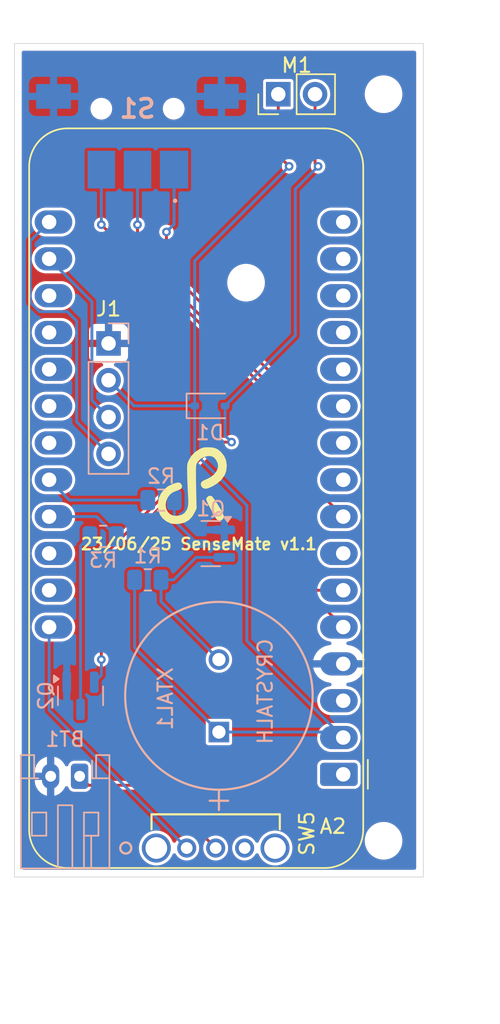
<source format=kicad_pcb>
(kicad_pcb (version 20241229) (generator "pcbnew") (generator_version "9.0")
  (layers (0 "F.Cu" signal) (2 "B.Cu" signal) (13 "F.Paste" user) (15 "B.Paste" user) (5 "F.SilkS" user "F.Silkscreen") (7 "B.SilkS" user "B.Silkscreen") (1 "F.Mask" user) (3 "B.Mask" user) (25 "Edge.Cuts" user))
  (net 0 "")
  (net 1 "LoRa_CS")
  (net 3 "LoRa_RST")
  (net 4 "LoRa_IRQ")
  (net 8 "Net-(A2-12)")
  (net 9 "LoRa_DIO1")
  (net 13 "Net-(A2-13)")
  (net 16 "Net-(A2-VBAT)")
  (net 18 "Net-(A2-A3)")
  (net 21 "Net-(A2-A1)")
  (net 23 "Net-(A2-A0)")
  (net 24 "+3V3")
  (net 25 "GND")
  (net 26 "LoRa_DIO2")
  (net 27 "Net-(BT1-+)")
  (net 28 "Net-(D1-A)")
  (net 29 "Net-(Q1-B)")
  (net 30 "Net-(Q1-C)")
  (net 31 "Net-(Q2-B)")
  (net 33 "Net-(A2-SCL)")
  (net 34 "Net-(A2-SDA)")
  (footprint "SenseMate_Pwr_Button_:OS102011MA1QN1" (layer "F.Cu") (at 104.900001 110.5)
    (property "Reference" "SW5" (at 8.300001 -1 90) (layer "F.SilkS"))
    (property "Value" "SW_DPDT_x2")
    (fp_line (start -2.4323 -2.3241) (end -2.4323 -1.294055) (stroke (width 0.1524)) (layer "F.SilkS"))
    (fp_line (start 6.4323 -2.3241) (end -2.4323 -2.3241) (stroke (width 0.1524)) (layer "F.SilkS"))
    (fp_line (start 6.4323 -1.294055) (end 6.4323 -2.3241) (stroke (width 0.1524)) (layer "F.SilkS"))
    (fp_circle (center -4.2103 0) (end -3.8293 0) (stroke (width 0.1524)) (fill no) (layer "F.SilkS"))
    (fp_circle (center -4.2103 0) (end -3.8293 0) (stroke (width 0.1524)) (fill no) (layer "B.SilkS"))
    (pad "1" thru_hole circle (at 0 0) (size 1.3208 1.3208) (drill 0.8128) (layers "*.Cu" "*.Mask") (net 16 "Net-(A2-VBAT)"))
    (pad "2" thru_hole circle (at 2 0) (size 1.3208 1.3208) (drill 0.8128) (layers "*.Cu" "*.Mask") (net 27 "Net-(BT1-+)"))
    (pad "3" thru_hole circle (at 4.000001 0) (size 1.3208 1.3208) (drill 0.8128) (layers "*.Cu" "*.Mask"))
    (pad "4" thru_hole circle (at -2.099999 0) (size 2.0066 2.0066) (drill 1.4986) (layers "*.Cu" "*.Mask"))
    (pad "5" thru_hole circle (at 6.099999 0) (size 2.0066 2.0066) (drill 1.4986) (layers "*.Cu" "*.Mask"))
  )
  (footprint "SenseMateLibrary:Adafruit_Feather_Sense" (layer "F.Cu") (at 115.7139 105.417001 180)
    (property "Reference" "A2" (at 0.7139 -3.582999 0) (layer "F.SilkS"))
    (property "Value" "Adafruit_Feather_Generic")
    (fp_line (start 21.7 -3.81) (end 21.7 41.91) (stroke (width 0.12)) (layer "F.SilkS"))
    (fp_line (start 19.05 44.56) (end 1.27 44.56) (stroke (width 0.12)) (layer "F.SilkS"))
    (fp_line (start 19.05 -6.46) (end 1.27 -6.46) (stroke (width 0.12)) (layer "F.SilkS"))
    (fp_line (start -1.38 -3.81) (end -1.38 41.91) (stroke (width 0.12)) (layer "F.SilkS"))
    (fp_line (start -1.7 1) (end -1.7 -1) (stroke (width 0.12)) (layer "F.SilkS"))
    (fp_arc (start 21.7 41.91) (mid 20.923833 43.783833) (end 19.05 44.56) (stroke (width 0.12)) (layer "F.SilkS"))
    (fp_arc (start 19.05 -6.46) (mid 20.923833 -5.683833) (end 21.7 -3.81) (stroke (width 0.12)) (layer "F.SilkS"))
    (fp_arc (start 1.27 44.56) (mid -0.603833 43.783833) (end -1.38 41.91) (stroke (width 0.12)) (layer "F.SilkS"))
    (fp_arc (start -1.38 -3.81) (mid -0.603833 -5.683833) (end 1.27 -6.46) (stroke (width 0.12)) (layer "F.SilkS"))
    (pad "1" thru_hole roundrect (at 0 0 180) (size 2.6 1.6) (drill 1 (offset 0.3 0)) (layers "*.Cu" "*.Mask") (roundrect_rratio 0.15625))
    (pad "2" thru_hole oval (at 0 2.54 180) (size 2.6 1.6) (drill 1 (offset 0.3 0)) (layers "*.Cu" "*.Mask") (net 24 "+3V3"))
    (pad "3" thru_hole oval (at 0 5.08 180) (size 2.6 1.6) (drill 1 (offset 0.3 0)) (layers "*.Cu" "*.Mask"))
    (pad "4" thru_hole oval (at 0 7.62 180) (size 2.6 1.6) (drill 1 (offset 0.3 0)) (layers "*.Cu" "*.Mask") (net 25 "GND"))
    (pad "5" thru_hole oval (at 0 10.16 180) (size 2.6 1.6) (drill 1 (offset 0.3 0)) (layers "*.Cu" "*.Mask") (net 23 "Net-(A2-A0)"))
    (pad "6" thru_hole oval (at 0 12.7 180) (size 2.6 1.6) (drill 1 (offset 0.3 0)) (layers "*.Cu" "*.Mask") (net 21 "Net-(A2-A1)"))
    (pad "7" thru_hole oval (at 0 15.24 180) (size 2.6 1.6) (drill 1 (offset 0.3 0)) (layers "*.Cu" "*.Mask"))
    (pad "8" thru_hole oval (at 0 17.78 180) (size 2.6 1.6) (drill 1 (offset 0.3 0)) (layers "*.Cu" "*.Mask") (net 18 "Net-(A2-A3)"))
    (pad "9" thru_hole oval (at 0 20.32 180) (size 2.6 1.6) (drill 1 (offset 0.3 0)) (layers "*.Cu" "*.Mask"))
    (pad "10" thru_hole oval (at 0 22.86 180) (size 2.6 1.6) (drill 1 (offset 0.3 0)) (layers "*.Cu" "*.Mask"))
    (pad "11" thru_hole oval (at 0 25.4 180) (size 2.6 1.6) (drill 1 (offset 0.3 0)) (layers "*.Cu" "*.Mask"))
    (pad "12" thru_hole oval (at 0 27.94 180) (size 2.6 1.6) (drill 1 (offset 0.3 0)) (layers "*.Cu" "*.Mask"))
    (pad "13" thru_hole oval (at 0 30.48 180) (size 2.6 1.6) (drill 1 (offset 0.3 0)) (layers "*.Cu" "*.Mask"))
    (pad "14" thru_hole oval (at 0 33.02 180) (size 2.6 1.6) (drill 1 (offset 0.3 0)) (layers "*.Cu" "*.Mask"))
    (pad "15" thru_hole oval (at 0 35.56 180) (size 2.6 1.6) (drill 1 (offset 0.3 0)) (layers "*.Cu" "*.Mask"))
    (pad "16" thru_hole oval (at 0 38.1 180) (size 2.6 1.6) (drill 1 (offset 0.3 0)) (layers "*.Cu" "*.Mask"))
    (pad "17" thru_hole oval (at 20.32 38.1) (size 2.6 1.6) (drill 1 (offset 0.3 0)) (layers "*.Cu" "*.Mask") (net 34 "Net-(A2-SDA)"))
    (pad "18" thru_hole oval (at 20.32 35.56) (size 2.6 1.6) (drill 1 (offset 0.3 0)) (layers "*.Cu" "*.Mask") (net 33 "Net-(A2-SCL)"))
    (pad "19" thru_hole oval (at 20.32 33.02) (size 2.6 1.6) (drill 1 (offset 0.3 0)) (layers "*.Cu" "*.Mask") (net 9 "LoRa_DIO1"))
    (pad "20" thru_hole oval (at 20.32 30.48) (size 2.6 1.6) (drill 1 (offset 0.3 0)) (layers "*.Cu" "*.Mask") (net 26 "LoRa_DIO2"))
    (pad "21" thru_hole oval (at 20.32 27.94) (size 2.6 1.6) (drill 1 (offset 0.3 0)) (layers "*.Cu" "*.Mask") (net 3 "LoRa_RST"))
    (pad "22" thru_hole oval (at 20.32 25.4) (size 2.6 1.6) (drill 1 (offset 0.3 0)) (layers "*.Cu" "*.Mask") (net 1 "LoRa_CS"))
    (pad "23" thru_hole oval (at 20.32 22.86) (size 2.6 1.6) (drill 1 (offset 0.3 0)) (layers "*.Cu" "*.Mask") (net 4 "LoRa_IRQ"))
    (pad "24" thru_hole oval (at 20.32 20.32) (size 2.6 1.6) (drill 1 (offset 0.3 0)) (layers "*.Cu" "*.Mask") (net 8 "Net-(A2-12)"))
    (pad "25" thru_hole oval (at 20.32 17.78) (size 2.6 1.6) (drill 1 (offset 0.3 0)) (layers "*.Cu" "*.Mask") (net 13 "Net-(A2-13)"))
    (pad "26" thru_hole oval (at 20.32 15.24) (size 2.6 1.6) (drill 1 (offset 0.3 0)) (layers "*.Cu" "*.Mask"))
    (pad "27" thru_hole oval (at 20.32 12.7) (size 2.6 1.6) (drill 1 (offset 0.3 0)) (layers "*.Cu" "*.Mask"))
    (pad "28" thru_hole oval (at 20.32 10.16) (size 2.6 1.6) (drill 1 (offset 0.3 0)) (layers "*.Cu" "*.Mask") (net 16 "Net-(A2-VBAT)"))
  )
  (footprint "MountingHole:MountingHole_2.1mm" (layer "F.Cu") (at 109 71.5)
    (property "Reference" "REF**" (hide yes))
    (property "Value" "MountingHole_2.1mm")
    (pad "" np_thru_hole circle (at 0 0) (size 2.1 2.1) (drill 2.1) (layers "*.Cu" "*.Mask"))
  )
  (footprint "MountingHole:MountingHole_2.1mm" (layer "F.Cu") (at 118.5 58.5)
    (property "Reference" "REF**" (hide yes))
    (property "Value" "MountingHole_2.1mm")
    (pad "" np_thru_hole circle (at 0 0) (size 2.1 2.1) (drill 2.1) (layers "*.Cu" "*.Mask"))
  )
  (footprint "Connector_PinHeader_2.54mm:PinHeader_1x02_P2.54mm_Vertical" (layer "F.Cu") (at 111.225 58.5 90)
    (property "Reference" "M1" (at 2 1.275 180) (layer "F.SilkS"))
    (property "Value" "Motor_DC")
    (fp_line (start -1.38 -1.38) (end 0 -1.38) (stroke (width 0.12)) (layer "F.SilkS"))
    (fp_line (start -1.38 0) (end -1.38 -1.38) (stroke (width 0.12)) (layer "F.SilkS"))
    (fp_line (start 1.38 1.27) (end 1.38 3.92) (stroke (width 0.12)) (layer "F.SilkS"))
    (fp_line (start -1.38 1.27) (end 1.38 1.27) (stroke (width 0.12)) (layer "F.SilkS"))
    (fp_line (start -1.38 1.27) (end -1.38 3.92) (stroke (width 0.12)) (layer "F.SilkS"))
    (fp_line (start -1.38 3.92) (end 1.38 3.92) (stroke (width 0.12)) (layer "F.SilkS"))
    (pad "1" thru_hole rect (at 0 0 90) (size 1.7 1.7) (drill 1) (layers "*.Cu" "*.Mask") (net 24 "+3V3"))
    (pad "2" thru_hole circle (at 0 2.54 90) (size 1.7 1.7) (drill 1) (layers "*.Cu" "*.Mask") (net 28 "Net-(D1-A)"))
  )
  (footprint "LOGO" (layer "F.Cu") (at 107.847416 85.495713)
    (property "Reference" "G***" (hide yes))
    (property "Value" "LOGO" (hide yes))
    (fp_poly (pts (xy -1.227355 0.725396) (xy -1.162206 0.787085) (xy -1.06636 0.910782) (xy -0.949841 1.079926) (xy -0.822672 1.277955) (xy -0.694878 1.488307) (xy -0.576484 1.694422) (xy -0.477512 1.879736) (xy -0.407988 2.02769) (xy -0.377935 2.121721) (xy -0.377448 2.129587) (xy -0.419349 2.27064) (xy -0.494451 2.350273) (xy -0.601352 2.420878) (xy -0.692901 2.433404) (xy -0.805844 2.398204) (xy -0.868949 2.338975) (xy -0.965357 2.199664) (xy -1.093947 1.982059) (xy -1.253601 1.687947) (xy -1.267987 1.660583) (xy -1.399185 1.409043) (xy -1.493107 1.223284) (xy -1.554449 1.090822) (xy -1.587907 0.99917) (xy -1.59818 0.935844) (xy -1.589963 0.888359) (xy -1.572284 0.851711) (xy -1.468442 0.737492) (xy -1.339945 0.696722)) (fill yes) (layer "F.SilkS"))
    (fp_poly (pts (xy -1.168791 -2.62628) (xy -0.951646 -2.573755) (xy -0.764085 -2.472862) (xy -0.578446 -2.312435) (xy -0.546161 -2.27955) (xy -0.349332 -2.025089) (xy -0.230054 -1.743834) (xy -0.182403 -1.420419) (xy -0.180982 -1.332169) (xy -0.214277 -1.018448) (xy -0.31517 -0.738439) (xy -0.491419 -0.475109) (xy -0.647845 -0.306979) (xy -0.815371 -0.166881) (xy -1.017825 -0.031995) (xy -1.231926 0.085374) (xy -1.434391 0.172924) (xy -1.601938 0.218353) (xy -1.648974 0.222027) (xy -1.808657 0.185221) (xy -1.923637 0.086521) (xy -1.974999 -0.056492) (xy -1.97605 -0.08193) (xy -1.955082 -0.193083) (xy -1.883491 -0.284486) (xy -1.748243 -0.367748) (xy -1.572876 -0.441023) (xy -1.30924 -0.572101) (xy -1.085639 -0.746919) (xy -0.914593 -0.951072) (xy -0.80862 -1.170155) (xy -0.779049 -1.354371) (xy -0.811983 -1.541586) (xy -0.898137 -1.73275) (xy -1.018536 -1.891937) (xy -1.096457 -1.955378) (xy -1.21573 -2.012844) (xy -1.351486 -2.034585) (xy -1.495099 -2.031432) (xy -1.767734 -1.972762) (xy -2.001646 -1.834173) (xy -2.196792 -1.61569) (xy -2.198078 -1.613795) (xy -2.244495 -1.53944) (xy -2.275813 -1.465814) (xy -2.29498 -1.373745) (xy -2.304941 -1.244057) (xy -2.308644 -1.057578) (xy -2.309092 -0.891484) (xy -2.307966 -0.667935) (xy -2.304835 -0.380635) (xy -2.300065 -0.054611) (xy -2.294024 0.28511) (xy -2.287079 0.613498) (xy -2.286889 0.621677) (xy -2.264686 1.576398) (xy -2.389206 1.842831) (xy -2.573474 2.153838) (xy -2.800904 2.387682) (xy -3.074557 2.546442) (xy -3.397491 2.632195) (xy -3.574651 2.648193) (xy -3.75382 2.650176) (xy -3.911256 2.642456) (xy -4.014592 2.626695) (xy -4.018707 2.625418) (xy -4.344759 2.477827) (xy -4.603069 2.273836) (xy -4.790966 2.017486) (xy -4.905777 1.712821) (xy -4.944831 1.363882) (xy -4.940067 1.231469) (xy -4.8722 0.869678) (xy -4.727308 0.545293) (xy -4.512399 0.26699) (xy -4.234483 0.043441) (xy -3.900567 -0.116678) (xy -3.832832 -0.138771) (xy -3.663788 -0.187322) (xy -3.553584 -0.20862) (xy -3.477174 -0.204582) (xy -3.409517 -0.177127) (xy -3.40003 -0.171922) (xy -3.306883 -0.078762) (xy -3.269323 0.045351) (xy -3.292404 0.167178) (xy -3.339367 0.22697) (xy -3.424513 0.276023) (xy -3.561425 0.333049) (xy -3.677807 0.372311) (xy -3.913123 0.472223) (xy -4.104641 0.624068) (xy -4.111213 0.630789) (xy -4.271034 0.846245) (xy -4.368358 1.087421) (xy -4.402346 1.336319) (xy -4.37216 1.574939) (xy -4.276962 1.785282) (xy -4.17063 1.906553) (xy -4.026884 2.013382) (xy -3.881653 2.070186) (xy -3.703421 2.085787) (xy -3.55743 2.078219) (xy -3.302638 2.019751) (xy -3.10236 1.891619) (xy -2.957971 1.694774) (xy -2.903987 1.573286) (xy -2.867029 1.448256) (xy -2.84571 1.302975) (xy -2.838646 1.120738) (xy -2.844449 0.884838) (xy -2.861734 0.578567) (xy -2.863338 0.554065) (xy -2.88096 0.246054) (xy -2.897013 -0.108099) (xy -2.90978 -0.465727) (xy -2.917543 -0.78416) (xy -2.917785 -0.799302) (xy -2.921125 -1.063494) (xy -2.920349 -1.25703) (xy -2.913425 -1.398039) (xy -2.898317 -1.504652) (xy -2.872993 -1.594998) (xy -2.835419 -1.687209) (xy -2.812577 -1.737148) (xy -2.624092 -2.05294) (xy -2.37655 -2.307505) (xy -2.09898 -2.491195) (xy -1.951252 -2.566889) (xy -1.830707 -2.611965) (xy -1.70355 -2.634175) (xy -1.535989 -2.641268) (xy -1.443183 -2.641601)) (fill yes) (layer "F.SilkS"))
  )
  (footprint "MountingHole:MountingHole_2.1mm" (layer "F.Cu") (at 118.5 110)
    (property "Reference" "REF**" (hide yes))
    (property "Value" "MountingHole_2.1mm")
    (pad "" np_thru_hole circle (at 0 0) (size 2.1 2.1) (drill 2.1) (layers "*.Cu" "*.Mask"))
  )
  (footprint "Resistor_SMD:R_0805_2012Metric" (layer "B.Cu") (at 102.2125 92 180)
    (property "Reference" "R1" (at 0 1.65 0) (layer "B.SilkS") (effects (justify mirror)))
    (property "Value" "R")
    (fp_line (start -0.227064 0.735) (end 0.227064 0.735) (stroke (width 0.12)) (layer "B.SilkS"))
    (fp_line (start -0.227064 -0.735) (end 0.227064 -0.735) (stroke (width 0.12)) (layer "B.SilkS"))
    (pad "1" smd roundrect (at -0.9125 0 180) (size 1.025 1.4) (layers "B.Cu" "B.Mask" "B.Paste") (roundrect_rratio 0.243902) (net 30 "Net-(Q1-C)"))
    (pad "2" smd roundrect (at 0.9125 0 180) (size 1.025 1.4) (layers "B.Cu" "B.Mask" "B.Paste") (roundrect_rratio 0.243902) (net 24 "+3V3"))
  )
  (footprint "Package_TO_SOT_SMD:SOT-23" (layer "B.Cu") (at 97.5625 100 -90)
    (property "Reference" "Q2" (at 0 2.4 90) (layer "B.SilkS") (effects (justify mirror)))
    (property "Value" "2SC1815")
    (fp_line (start 0 1.56) (end -0.65 1.56) (stroke (width 0.12)) (layer "B.SilkS"))
    (fp_line (start 0 1.56) (end 0.65 1.56) (stroke (width 0.12)) (layer "B.SilkS"))
    (fp_line (start 0 -1.56) (end -0.65 -1.56) (stroke (width 0.12)) (layer "B.SilkS"))
    (fp_line (start 0 -1.56) (end 0.65 -1.56) (stroke (width 0.12)) (layer "B.SilkS"))
    (fp_poly (pts (xy -1.1625 1.51) (xy -1.4025 1.84) (xy -0.9225 1.84)) (stroke (width 0.12)) (fill yes) (layer "B.SilkS"))
    (pad "1" smd roundrect (at -0.9375 0.95 270) (size 1.475 0.6) (layers "B.Cu" "B.Mask" "B.Paste") (net 25 "GND"))
    (pad "2" smd roundrect (at -0.9375 -0.95 270) (size 1.475 0.6) (layers "B.Cu" "B.Mask" "B.Paste") (net 28 "Net-(D1-A)"))
    (pad "3" smd roundrect (at 0.9375 0 270) (size 1.475 0.6) (layers "B.Cu" "B.Mask" "B.Paste") (net 31 "Net-(Q2-B)"))
  )
  (footprint "Connector_JST:JST_PH_S2B-PH-K_1x02_P2.00mm_Horizontal" (layer "B.Cu") (at 97.5 105.55 180)
    (property "Reference" "BT1" (at 1 2.55 0) (layer "B.SilkS") (effects (justify mirror)))
    (property "Value" "Battery")
    (fp_line (start 4.06 1.46) (end 3.14 1.46) (stroke (width 0.12)) (layer "B.SilkS"))
    (fp_line (start 4.06 -0.14) (end 3.14 -0.14) (stroke (width 0.12)) (layer "B.SilkS"))
    (fp_line (start 4.06 -6.36) (end 4.06 1.46) (stroke (width 0.12)) (layer "B.SilkS"))
    (fp_line (start 3.3 -2.5) (end 3.3 -4.1) (stroke (width 0.12)) (layer "B.SilkS"))
    (fp_line (start 3.3 -4.1) (end 2.3 -4.1) (stroke (width 0.12)) (layer "B.SilkS"))
    (fp_line (start 3.14 1.46) (end 3.14 -0.14) (stroke (width 0.12)) (layer "B.SilkS"))
    (fp_line (start 3.14 -0.14) (end 2.86 -0.14) (stroke (width 0.12)) (layer "B.SilkS"))
    (fp_line (start 2.3 -2.5) (end 3.3 -2.5) (stroke (width 0.12)) (layer "B.SilkS"))
    (fp_line (start 2.3 -4.1) (end 2.3 -2.5) (stroke (width 0.12)) (layer "B.SilkS"))
    (fp_line (start 1.5 -2) (end 1.5 -6.36) (stroke (width 0.12)) (layer "B.SilkS"))
    (fp_line (start 0.5 -2) (end 1.5 -2) (stroke (width 0.12)) (layer "B.SilkS"))
    (fp_line (start 0.5 -6.36) (end 0.5 -2) (stroke (width 0.12)) (layer "B.SilkS"))
    (fp_line (start -0.3 -2.5) (end -1.3 -2.5) (stroke (width 0.12)) (layer "B.SilkS"))
    (fp_line (start -0.3 -4.1) (end -0.3 -2.5) (stroke (width 0.12)) (layer "B.SilkS"))
    (fp_line (start -0.3 -4.1) (end -0.3 -6.36) (stroke (width 0.12)) (layer "B.SilkS"))
    (fp_line (start -0.8 -4.1) (end -0.8 -6.36) (stroke (width 0.12)) (layer "B.SilkS"))
    (fp_line (start -0.86 -0.14) (end -0.86 1.075) (stroke (width 0.12)) (layer "B.SilkS"))
    (fp_line (start -0.86 -0.14) (end -1.14 -0.14) (stroke (width 0.12)) (layer "B.SilkS"))
    (fp_line (start -1.14 1.46) (end -2.06 1.46) (stroke (width 0.12)) (layer "B.SilkS"))
    (fp_line (start -1.14 -0.14) (end -1.14 1.46) (stroke (width 0.12)) (layer "B.SilkS"))
    (fp_line (start -1.3 -2.5) (end -1.3 -4.1) (stroke (width 0.12)) (layer "B.SilkS"))
    (fp_line (start -1.3 -4.1) (end -0.3 -4.1) (stroke (width 0.12)) (layer "B.SilkS"))
    (fp_line (start -2.06 1.46) (end -2.06 -6.36) (stroke (width 0.12)) (layer "B.SilkS"))
    (fp_line (start -2.06 -0.14) (end -1.14 -0.14) (stroke (width 0.12)) (layer "B.SilkS"))
    (fp_line (start -2.06 -6.36) (end 4.06 -6.36) (stroke (width 0.12)) (layer "B.SilkS"))
    (pad "1" thru_hole roundrect (at 0 0 180) (size 1.2 1.75) (drill 0.75) (layers "*.Cu" "*.Mask") (roundrect_rratio 0.208333) (net 27 "Net-(BT1-+)"))
    (pad "2" thru_hole oval (at 2 0 180) (size 1.2 1.75) (drill 0.75) (layers "*.Cu" "*.Mask") (net 25 "GND"))
  )
  (footprint "Resistor_SMD:R_0805_2012Metric" (layer "B.Cu") (at 99.125 89)
    (property "Reference" "R3" (at 0 1.65 0) (layer "B.SilkS") (effects (justify mirror)))
    (property "Value" "R")
    (fp_line (start -0.227064 -0.735) (end 0.227064 -0.735) (stroke (width 0.12)) (layer "B.SilkS"))
    (fp_line (start -0.227064 0.735) (end 0.227064 0.735) (stroke (width 0.12)) (layer "B.SilkS"))
    (pad "1" smd roundrect (at -0.9125 0) (size 1.025 1.4) (layers "B.Cu" "B.Mask" "B.Paste") (roundrect_rratio 0.243902) (net 31 "Net-(Q2-B)"))
    (pad "2" smd roundrect (at 0.9125 0) (size 1.025 1.4) (layers "B.Cu" "B.Mask" "B.Paste") (roundrect_rratio 0.243902) (net 13 "Net-(A2-13)"))
  )
  (footprint "SenseMate_sw_fp:COM08184" (layer "B.Cu") (at 101.5 59.5 180)
    (property "Reference" "S1" (at 0 0 0) (layer "B.SilkS") (effects (font (size 1.27 1.27) (thickness 0.254)) (justify mirror)))
    (property "Value" "COM-08184" (hide yes))
    (fp_line (start -2.6 -6.3) (end -2.6 -6.3) (stroke (width 0.2)) (layer "B.SilkS"))
    (fp_line (start -2.6 -6.4) (end -2.6 -6.4) (stroke (width 0.2)) (layer "B.SilkS"))
    (fp_line (start -2.6 -6.4) (end -2.6 -6.4) (stroke (width 0.2)) (layer "B.SilkS"))
    (fp_arc (start -2.6 -6.3) (mid -2.65 -6.35) (end -2.6 -6.4) (stroke (width 0.2)) (layer "B.SilkS"))
    (fp_arc (start -2.6 -6.4) (mid -2.55 -6.35) (end -2.6 -6.3) (stroke (width 0.2)) (layer "B.SilkS"))
    (fp_arc (start -2.6 -6.4) (mid -2.55 -6.35) (end -2.6 -6.3) (stroke (width 0.2)) (layer "B.SilkS"))
    (pad "" np_thru_hole circle (at -2.5 0 180) (size 1 1) (drill 1) (layers "*.Cu" "*.Mask"))
    (pad "" np_thru_hole circle (at 2.5 0 180) (size 1 1) (drill 1) (layers "*.Cu" "*.Mask"))
    (pad "1" smd rect (at -2.525 -4.2 90) (size 2.6 1.95) (layers "B.Cu" "B.Mask" "B.Paste") (net 18 "Net-(A2-A3)"))
    (pad "2" smd rect (at 2.5 -4.2 90) (size 2.6 1.9) (layers "B.Cu" "B.Mask" "B.Paste") (net 23 "Net-(A2-A0)"))
    (pad "MP1" smd rect (at -5.8 0.85 90) (size 1.7 2.4) (layers "B.Cu" "B.Mask" "B.Paste") (net 25 "GND"))
    (pad "MP2" smd rect (at 5.8 0.85 90) (size 1.7 2.4) (layers "B.Cu" "B.Mask" "B.Paste") (net 25 "GND"))
    (pad "T1" smd rect (at 0 -4.2 90) (size 2.6 1.9) (layers "B.Cu" "B.Mask" "B.Paste") (net 21 "Net-(A2-A1)"))
  )
  (footprint "Diode_SMD:D_SOD-323" (layer "B.Cu") (at 106.5 80)
    (property "Reference" "D1" (at 0 1.85 0) (layer "B.SilkS") (effects (justify mirror)))
    (property "Value" "1N4148")
    (fp_line (start -1.61 -0.85) (end 1.05 -0.85) (stroke (width 0.12)) (layer "B.SilkS"))
    (fp_line (start -1.61 0.85) (end -1.61 -0.85) (stroke (width 0.12)) (layer "B.SilkS"))
    (fp_line (start -1.61 0.85) (end 1.05 0.85) (stroke (width 0.12)) (layer "B.SilkS"))
    (pad "1" smd roundrect (at -1.05 0) (size 0.6 0.45) (layers "B.Cu" "B.Mask" "B.Paste") (net 24 "+3V3"))
    (pad "2" smd roundrect (at 1.05 0) (size 0.6 0.45) (layers "B.Cu" "B.Mask" "B.Paste") (net 28 "Net-(D1-A)"))
  )
  (footprint "Resistor_SMD:R_0805_2012Metric" (layer "B.Cu") (at 103.125 86.5 180)
    (property "Reference" "R2" (at 0 1.65 0) (layer "B.SilkS") (effects (justify mirror)))
    (property "Value" "R")
    (fp_line (start -0.227064 0.735) (end 0.227064 0.735) (stroke (width 0.12)) (layer "B.SilkS"))
    (fp_line (start -0.227064 -0.735) (end 0.227064 -0.735) (stroke (width 0.12)) (layer "B.SilkS"))
    (pad "1" smd roundrect (at -0.9125 0 180) (size 1.025 1.4) (layers "B.Cu" "B.Mask" "B.Paste") (roundrect_rratio 0.243902) (net 29 "Net-(Q1-B)"))
    (pad "2" smd roundrect (at 0.9125 0 180) (size 1.025 1.4) (layers "B.Cu" "B.Mask" "B.Paste") (roundrect_rratio 0.243902) (net 8 "Net-(A2-12)"))
  )
  (footprint "Package_TO_SOT_SMD:SOT-23" (layer "B.Cu") (at 106.5625 89.5 180)
    (property "Reference" "Q1" (at 0 2.4 0) (layer "B.SilkS") (effects (justify mirror)))
    (property "Value" "2SC1815")
    (fp_line (start 0 1.56) (end 0.65 1.56) (stroke (width 0.12)) (layer "B.SilkS"))
    (fp_line (start 0 1.56) (end -0.65 1.56) (stroke (width 0.12)) (layer "B.SilkS"))
    (fp_line (start 0 -1.56) (end 0.65 -1.56) (stroke (width 0.12)) (layer "B.SilkS"))
    (fp_line (start 0 -1.56) (end -0.65 -1.56) (stroke (width 0.12)) (layer "B.SilkS"))
    (fp_poly (pts (xy -1.1625 1.51) (xy -1.4025 1.84) (xy -0.9225 1.84)) (stroke (width 0.12)) (fill yes) (layer "B.SilkS"))
    (pad "1" smd roundrect (at -0.9375 0.95 180) (size 1.475 0.6) (layers "B.Cu" "B.Mask" "B.Paste") (net 25 "GND"))
    (pad "2" smd roundrect (at -0.9375 -0.95 180) (size 1.475 0.6) (layers "B.Cu" "B.Mask" "B.Paste") (net 30 "Net-(Q1-C)"))
    (pad "3" smd roundrect (at 0.9375 0 180) (size 1.475 0.6) (layers "B.Cu" "B.Mask" "B.Paste") (net 29 "Net-(Q1-B)"))
  )
  (footprint "SenseMate_sound:PS1240P02BT" (layer "B.Cu") (at 107.125 102.5 90)
    (property "Reference" "XTAL1" (at 2.3 -3.7 90) (layer "B.SilkS") (effects (justify mirror)))
    (property "Value" "CRYSTALH" (at 2.8 3.2 90) (layer "B.SilkS") (effects (justify mirror)))
    (fp_line (start -5.374 0) (end -4.104 0) (stroke (width 0.1524)) (layer "B.SilkS"))
    (fp_line (start -4.739 0.635) (end -4.739 -0.635) (stroke (width 0.1524)) (layer "B.SilkS"))
    (fp_circle (center 2.5 0) (end 8.977 0) (stroke (width 0.1524)) (fill no) (layer "B.SilkS"))
    (pad "1" thru_hole rect (at 0 0 90) (size 1.4224 1.4224) (drill 0.9144) (layers "*.Cu" "*.Mask") (net 24 "+3V3"))
    (pad "2" thru_hole circle (at 5 0 90) (size 1.4224 1.4224) (drill 0.9144) (layers "*.Cu" "*.Mask") (net 30 "Net-(Q1-C)"))
  )
  (footprint "Connector_PinHeader_2.54mm:PinHeader_1x04_P2.54mm_Vertical" (layer "B.Cu") (at 99.5 75.69 180)
    (property "Reference" "J1" (at 0 2.38 0) (layer "F.SilkS"))
    (property "Value" "Conn_01x04")
    (fp_line (start 1.38 -1.27) (end 1.38 -9) (stroke (width 0.12)) (layer "B.SilkS"))
    (fp_line (start -1.38 1.38) (end 0 1.38) (stroke (width 0.12)) (layer "B.SilkS"))
    (fp_line (start -1.38 0) (end -1.38 1.38) (stroke (width 0.12)) (layer "B.SilkS"))
    (fp_line (start -1.38 -1.27) (end 1.38 -1.27) (stroke (width 0.12)) (layer "B.SilkS"))
    (fp_line (start -1.38 -1.27) (end -1.38 -9) (stroke (width 0.12)) (layer "B.SilkS"))
    (fp_line (start -1.38 -9) (end 1.38 -9) (stroke (width 0.12)) (layer "B.SilkS"))
    (pad "1" thru_hole rect (at 0 0 180) (size 1.7 1.7) (drill 1) (layers "*.Cu" "*.Mask") (net 25 "GND"))
    (pad "2" thru_hole circle (at 0 -2.54 180) (size 1.7 1.7) (drill 1) (layers "*.Cu" "*.Mask") (net 24 "+3V3"))
    (pad "3" thru_hole circle (at 0 -5.08 180) (size 1.7 1.7) (drill 1) (layers "*.Cu" "*.Mask") (net 33 "Net-(A2-SCL)"))
    (pad "4" thru_hole circle (at 0 -7.62 180) (size 1.7 1.7) (drill 1) (layers "*.Cu" "*.Mask") (net 34 "Net-(A2-SDA)"))
  )
  (gr_line (start 93 112.5) (end 121.25 112.5) (stroke (width 0.05)) (layer "Edge.Cuts"))
  (gr_line (start 121.25 112.5) (end 121.25 55) (stroke (width 0.05)) (layer "Edge.Cuts"))
  (gr_line (start 121.25 55) (end 93 55) (stroke (width 0.05)) (layer "Edge.Cuts"))
  (gr_line (start 93 112.5) (end 93 55) (stroke (width 0.05)) (layer "Edge.Cuts"))
  (gr_text "23/06/25 SenseMate v1.1" (at 97.5 90 0) (layer "F.SilkS") (effects (font (size 0.8 0.8) (thickness 0.16) (bold yes)) (justify left bottom)))
  (segment (start 96.796899 86.5) (end 95.3939 85.097001) (width 0.2) (layer "B.Cu") (net 8))
  (segment (start 102.2125 86.5) (end 96.796899 86.5) (width 0.2) (layer "B.Cu") (net 8))
  (segment (start 95.3939 87.637001) (end 98.674501 87.637001) (width 0.2) (layer "B.Cu") (net 13))
  (segment (start 98.674501 87.637001) (end 100.0375 89) (width 0.2) (layer "B.Cu") (net 13))
  (segment (start 95.3939 100.993899) (end 104.900001 110.5) (width 0.2) (layer "B.Cu") (net 16))
  (segment (start 95.3939 95.257001) (end 95.3939 100.993899) (width 0.2) (layer "B.Cu") (net 16))
  (segment (start 115.7139 87.637001) (end 111.713 83.636101) (width 0.2) (layer "F.Cu") (net 18))
  (segment (start 111.713 83.636101) (end 111.713 79.0788) (width 0.2) (layer "F.Cu") (net 18))
  (segment (start 111.5671 78.9329) (end 111.5671 78.5671) (width 0.2) (layer "F.Cu") (net 18))
  (segment (start 103.5 70.5) (end 103.5 68) (width 0.2) (layer "F.Cu") (net 18))
  (segment (start 111.5671 78.5671) (end 103.5 70.5) (width 0.2) (layer "F.Cu") (net 18))
  (segment (start 111.713 79.0788) (end 111.5671 78.9329) (width 0.2) (layer "F.Cu") (net 18))
  (via (at 103.5 68) (size 0.6) (drill 0.3) (layers "F.Cu" "B.Cu") (net 18))
  (segment (start 104.025 67.475) (end 104.025 63.7) (width 0.2) (layer "B.Cu") (net 18))
  (segment (start 103.5 68) (end 104.025 67.475) (width 0.2) (layer "B.Cu") (net 18))
  (segment (start 111.312 90.288001) (end 111.312 90) (width 0.2) (layer "F.Cu") (net 21))
  (segment (start 101.5 69.4329) (end 101.5 69) (width 0.2) (layer "F.Cu") (net 21))
  (segment (start 115.7139 92.717001) (end 113.741 92.717001) (width 0.2) (layer "F.Cu") (net 21))
  (segment (start 111.312 90) (end 111.312 79.2449) (width 0.2) (layer "F.Cu") (net 21))
  (segment (start 111.312 79.2449) (end 111.03355 78.96645) (width 0.2) (layer "F.Cu") (net 21))
  (segment (start 113.741 92.717001) (end 111.312 90.288001) (width 0.2) (layer "F.Cu") (net 21))
  (segment (start 101.5 69) (end 101.5 67.5) (width 0.2) (layer "F.Cu") (net 21))
  (segment (start 111.03355 78.96645) (end 101.5 69.4329) (width 0.2) (layer "F.Cu") (net 21))
  (via (at 101.5 67.5) (size 0.6) (drill 0.3) (layers "F.Cu" "B.Cu") (net 21))
  (segment (start 101.5 67.5) (end 101.5 63.7) (width 0.2) (layer "B.Cu") (net 21))
  (segment (start 110.911 79.411) (end 99 67.5) (width 0.2) (layer "F.Cu") (net 23))
  (segment (start 110.911 90.454101) (end 110.911 79.411) (width 0.2) (layer "F.Cu") (net 23))
  (segment (start 115.7139 95.257001) (end 110.911 90.454101) (width 0.2) (layer "F.Cu") (net 23))
  (via (at 99 67.5) (size 0.6) (drill 0.3) (layers "F.Cu" "B.Cu") (net 23))
  (segment (start 99 67.5) (end 98.975 67.475) (width 0.2) (layer "B.Cu") (net 23))
  (segment (start 99 63.7) (end 99 67.5) (width 0.2) (layer "B.Cu") (net 23))
  (segment (start 111.225 62.725) (end 111.225 58.5) (width 0.2) (layer "F.Cu") (net 24))
  (segment (start 111.975 63.475) (end 111.225 62.725) (width 0.2) (layer "F.Cu") (net 24))
  (via (at 111.975 63.475) (size 0.6) (drill 0.3) (layers "F.Cu" "B.Cu") (net 24))
  (segment (start 109.051 96.214101) (end 109.051 86.861) (width 0.2) (layer "B.Cu") (net 24))
  (segment (start 115.7139 102.877001) (end 109.051 96.214101) (width 0.2) (layer "B.Cu") (net 24))
  (segment (start 101.27 80) (end 105.45 80) (width 0.2) (layer "B.Cu") (net 24))
  (segment (start 107.125 102.5) (end 115.336899 102.5) (width 0.2) (layer "B.Cu") (net 24))
  (segment (start 115.336899 102.5) (end 115.7139 102.877001) (width 0.2) (layer "B.Cu") (net 24))
  (segment (start 105.45 70) (end 111.975 63.475) (width 0.2) (layer "B.Cu") (net 24))
  (segment (start 111.975 63.475) (end 112 63.45) (width 0.2) (layer "B.Cu") (net 24))
  (segment (start 105.45 80) (end 105.45 70) (width 0.2) (layer "B.Cu") (net 24))
  (segment (start 105.45 83.26) (end 105.45 80) (width 0.2) (layer "B.Cu") (net 24))
  (segment (start 101.3 96.675) (end 101.3 92) (width 0.2) (layer "B.Cu") (net 24))
  (segment (start 109.051 86.861) (end 105.45 83.26) (width 0.2) (layer "B.Cu") (net 24))
  (segment (start 107.125 102.5) (end 101.3 96.675) (width 0.2) (layer "B.Cu") (net 24))
  (segment (start 99.5 78.23) (end 101.27 80) (width 0.2) (layer "B.Cu") (net 24))
  (segment (start 98.119999 106.169999) (end 97.5 105.55) (width 0.2) (layer "F.Cu") (net 27))
  (segment (start 102.57 106.169999) (end 98.119999 106.169999) (width 0.2) (layer "F.Cu") (net 27))
  (segment (start 102.57 106.169999) (end 106.900001 110.5) (width 0.2) (layer "F.Cu") (net 27))
  (segment (start 113.765 63.265) (end 113.765 58.5) (width 0.2) (layer "F.Cu") (net 28))
  (segment (start 113.975 63.475) (end 113.765 63.265) (width 0.2) (layer "F.Cu") (net 28))
  (segment (start 99 97.5) (end 99 90.5) (width 0.2) (layer "F.Cu") (net 28))
  (segment (start 107 82.5) (end 108 82.5) (width 0.2) (layer "F.Cu") (net 28))
  (segment (start 99 90.5) (end 107 82.5) (width 0.2) (layer "F.Cu") (net 28))
  (via (at 99 97.5) (size 0.6) (drill 0.3) (layers "F.Cu" "B.Cu") (net 28))
  (via (at 108 82.5) (size 0.6) (drill 0.3) (layers "F.Cu" "B.Cu") (net 28))
  (via (at 113.975 63.475) (size 0.6) (drill 0.3) (layers "F.Cu" "B.Cu") (net 28))
  (segment (start 98.5125 99.0625) (end 99 98.575) (width 0.2) (layer "B.Cu") (net 28))
  (segment (start 99 98.575) (end 99 97.5) (width 0.2) (layer "B.Cu") (net 28))
  (segment (start 107.55 80) (end 112.401 75.149) (width 0.2) (layer "B.Cu") (net 28))
  (segment (start 108 82.5) (end 107.55 82.05) (width 0.2) (layer "B.Cu") (net 28))
  (segment (start 107.55 82.05) (end 107.55 80) (width 0.2) (layer "B.Cu") (net 28))
  (segment (start 112.401 65.049) (end 113.975 63.475) (width 0.2) (layer "B.Cu") (net 28))
  (segment (start 112.401 75.149) (end 112.401 65.049) (width 0.2) (layer "B.Cu") (net 28))
  (segment (start 113.975 63.475) (end 114 63.45) (width 0.2) (layer "B.Cu") (net 28))
  (segment (start 105.625 89.5) (end 104.0375 87.9125) (width 0.2) (layer "B.Cu") (net 29))
  (segment (start 104.0375 87.9125) (end 104.0375 86.5) (width 0.2) (layer "B.Cu") (net 29))
  (segment (start 103.125 93.5) (end 107.125 97.5) (width 0.2) (layer "B.Cu") (net 30))
  (segment (start 103.125 92) (end 104 92) (width 0.2) (layer "B.Cu") (net 30))
  (segment (start 103.125 92) (end 103.125 93.5) (width 0.2) (layer "B.Cu") (net 30))
  (segment (start 105.55 90.45) (end 107.5 90.45) (width 0.2) (layer "B.Cu") (net 30))
  (segment (start 104 92) (end 105.55 90.45) (width 0.2) (layer "B.Cu") (net 30))
  (segment (start 98.2125 89) (end 97.5625 89.65) (width 0.2) (layer "B.Cu") (net 31))
  (segment (start 97.5625 89.65) (end 97.5625 100.9375) (width 0.2) (layer "B.Cu") (net 31))
  (segment (start 98.349 72.812101) (end 95.3939 69.857001) (width 0.2) (layer "B.Cu") (net 33))
  (segment (start 98.349 79.619) (end 98.349 72.812101) (width 0.2) (layer "B.Cu") (net 33))
  (segment (start 99.5 80.77) (end 98.349 79.619) (width 0.2) (layer "B.Cu") (net 33))
  (segment (start 97.2949 81.1049) (end 97.2949 74.142952) (width 0.2) (layer "B.Cu") (net 34))
  (segment (start 99.5 83.31) (end 97.2949 81.1049) (width 0.2) (layer "B.Cu") (net 34))
  (segment (start 94.0929 68.618001) (end 95.3939 67.317001) (width 0.2) (layer "B.Cu") (net 34))
  (segment (start 94.0929 72.85305) (end 94.0929 68.618001) (width 0.2) (layer "B.Cu") (net 34))
  (segment (start 96.649949 73.498001) (end 94.737851 73.498001) (width 0.2) (layer "B.Cu") (net 34))
  (segment (start 97.2949 74.142952) (end 96.649949 73.498001) (width 0.2) (layer "B.Cu") (net 34))
  (segment (start 94.737851 73.498001) (end 94.0929 72.85305) (width 0.2) (layer "B.Cu") (net 34))
  (zone (net 25) (net_name "GND") (layer "F.Cu") (connect_pads (clearance 0)) (min_thickness 0.25) (fill yes (thermal_gap 0.5) (thermal_bridge_width 0.5))
    (polygon (pts (xy 92 52) (xy 122.5 52) (xy 122 117) (xy 92 117)))
  )
  (zone (net 25) (net_name "GND") (layer "B.Cu") (priority 1) (connect_pads (clearance 0)) (min_thickness 0.25) (fill yes (thermal_gap 0.5) (thermal_bridge_width 0.5))
    (polygon (pts (xy 92 52) (xy 122.5 52) (xy 122 117) (xy 92 117)))
  )
)
</source>
